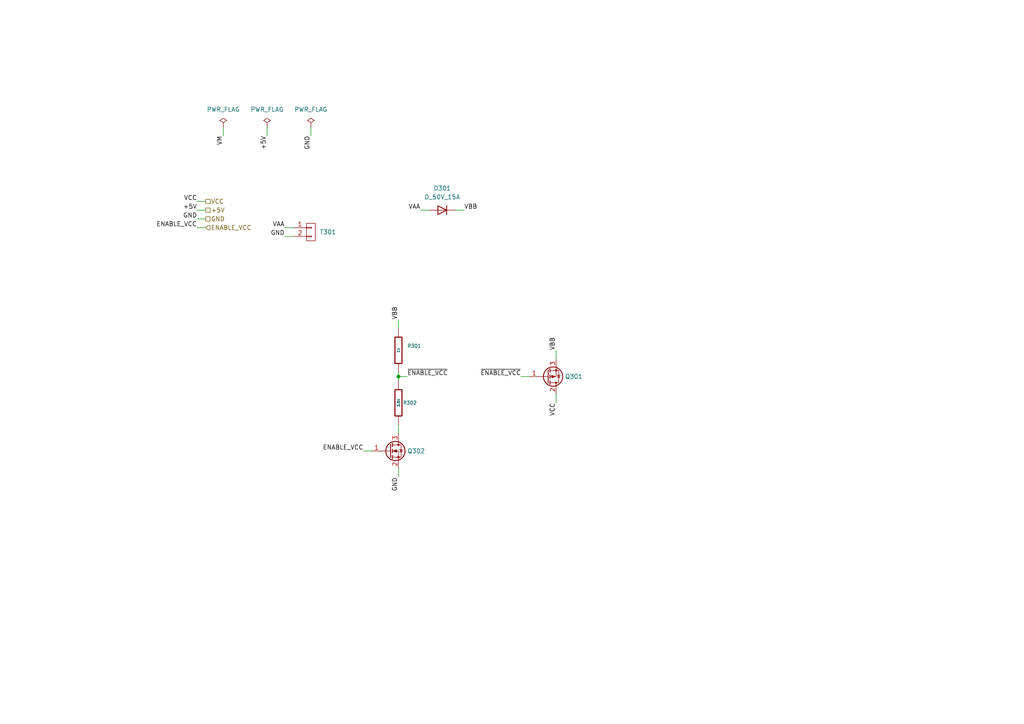
<source format=kicad_sch>
(kicad_sch (version 20230121) (generator eeschema)
  (paper "A4")
  (title_block (title "tmc5130-uart-multiplexer") (date "2024-07-10") (rev "1.0") (company "Howard Hughes Medical Institute"))
  (lib_symbols
    (symbol "Janelia:D_50V_15A" (pin_numbers hide) (pin_names (offset 1.016) hide)
      (property "Reference" "D" (at 0 2.54 0))
      (property "Value" "D_50V_15A" (at 0 -2.54 0))
      (symbol "D_50V_15A_0_1"
        (polyline (pts (xy -1.27 1.27) (xy -1.27 -1.27)) (stroke (width 0.254)))
        (polyline (pts (xy 1.27 0) (xy -1.27 0)))
        (polyline (pts (xy 1.27 1.27) (xy 1.27 -1.27) (xy -1.27 0) (xy 1.27 1.27)) (stroke (width 0.254)))
      )
      (symbol "D_50V_15A_1_1"
        (pin passive line (at -3.81 0 0) (length 2.54) (name "K") (number "1"))
        (pin passive line (at 3.81 0 180) (length 2.54) (name "A") (number "2"))
      )
    )
    (symbol "Janelia:MOSFET-N-CH-EN_100V_260mA" (pin_names hide)
      (property "Reference" "Q" (at 5.08 0 0))
      (symbol "MOSFET-N-CH-EN_100V_260mA_0_1"
        (polyline (pts (xy 0.254 0) (xy -2.54 0)))
        (polyline (pts (xy 0.254 1.905) (xy 0.254 -1.905)) (stroke (width 0.254)))
        (polyline (pts (xy 0.762 -1.27) (xy 0.762 -2.286)) (stroke (width 0.254)))
        (polyline (pts (xy 0.762 0.508) (xy 0.762 -0.508)) (stroke (width 0.254)))
        (polyline (pts (xy 0.762 2.286) (xy 0.762 1.27)) (stroke (width 0.254)))
        (polyline (pts (xy 2.54 2.54) (xy 2.54 1.778)))
        (polyline (pts (xy 2.54 -2.54) (xy 2.54 0) (xy 0.762 0)))
        (polyline (pts (xy 0.762 -1.778) (xy 3.302 -1.778) (xy 3.302 1.778) (xy 0.762 1.778)))
        (polyline (pts (xy 1.016 0) (xy 2.032 0.381) (xy 2.032 -0.381) (xy 1.016 0)) (fill (type outline)))
        (polyline (pts (xy 2.794 0.508) (xy 2.921 0.381) (xy 3.683 0.381) (xy 3.81 0.254)))
        (polyline (pts (xy 3.302 0.381) (xy 2.921 -0.254) (xy 3.683 -0.254) (xy 3.302 0.381)))
        (circle (center 1.651 0) (radius 2.794) (stroke (width 0.254)))
        (circle (center 2.54 -1.778) (radius 0.254) (fill (type outline)))
        (circle (center 2.54 1.778) (radius 0.254) (fill (type outline)))
      )
      (symbol "MOSFET-N-CH-EN_100V_260mA_1_1"
        (pin input line (at -5.08 0 0) (length 2.54) (name "G") (number "1"))
        (pin passive line (at 2.54 -5.08 90) (length 2.54) (name "S") (number "2"))
        (pin passive line (at 2.54 5.08 270) (length 2.54) (name "D") (number "3"))
      )
    )
    (symbol "Janelia:MOSFET-P-CH-EN_60V_50A" (pin_names hide)
      (property "Reference" "Q" (at 5.08 0 0))
      (symbol "MOSFET-P-CH-EN_60V_50A_0_1"
        (polyline (pts (xy 0.254 -1.905) (xy 0.254 1.905)) (stroke (width 0.254)))
        (polyline (pts (xy 0.254 0) (xy -2.54 0)))
        (polyline (pts (xy 0.762 -2.286) (xy 0.762 -1.27)) (stroke (width 0.254)))
        (polyline (pts (xy 0.762 -0.508) (xy 0.762 0.508)) (stroke (width 0.254)))
        (polyline (pts (xy 0.762 1.27) (xy 0.762 2.286)) (stroke (width 0.254)))
        (polyline (pts (xy 2.54 -2.54) (xy 2.54 -1.778)))
        (polyline (pts (xy 2.54 2.54) (xy 2.54 0) (xy 0.762 0)))
        (polyline (pts (xy 0.762 -1.778) (xy 3.302 -1.778) (xy 3.302 1.778) (xy 0.762 1.778)))
        (polyline (pts (xy 2.286 0) (xy 1.27 -0.381) (xy 1.27 0.381) (xy 2.286 0)) (fill (type outline)))
        (polyline (pts (xy 2.794 0.508) (xy 2.921 0.381) (xy 3.683 0.381) (xy 3.81 0.254)))
        (polyline (pts (xy 3.302 0.381) (xy 2.921 -0.254) (xy 3.683 -0.254) (xy 3.302 0.381)))
        (circle (center 1.651 0) (radius 2.794) (stroke (width 0.254)))
        (circle (center 2.54 -1.778) (radius 0.254) (fill (type outline)))
        (circle (center 2.54 1.778) (radius 0.254) (fill (type outline)))
      )
      (symbol "MOSFET-P-CH-EN_60V_50A_1_1"
        (pin input line (at -5.08 0 0) (length 2.54) (name "G") (number "1"))
        (pin passive line (at 2.54 -5.08 90) (length 2.54) (name "D") (number "2"))
        (pin passive line (at 2.54 5.08 270) (length 2.54) (name "S") (number "3"))
      )
    )
    (symbol "Janelia:R_1k_0402" (pin_numbers hide) (pin_names (offset 0))
      (property "Reference" "R" (at 2.032 0 90))
      (property "Value" "1k" (at 0 0 90))
      (symbol "R_1k_0402_0_1"
        (rectangle (start -1.016 3.81) (end 1.016 -3.81) (stroke (width 0.3048)))
      )
      (symbol "R_1k_0402_1_1"
        (pin passive line (at 0 6.35 270) (length 2.54) (name "~") (number "1"))
        (pin passive line (at 0 -6.35 90) (length 2.54) (name "~") (number "2"))
      )
    )
    (symbol "Janelia:R_3.6k_0402" (pin_numbers hide) (pin_names (offset 0))
      (property "Reference" "R" (at 2.032 0 90))
      (property "Value" "3.6k" (at 0 0 90))
      (symbol "R_3.6k_0402_0_1"
        (rectangle (start -1.016 3.81) (end 1.016 -3.81) (stroke (width 0.3048)))
      )
      (symbol "R_3.6k_0402_1_1"
        (pin passive line (at 0 6.35 270) (length 2.54) (name "~") (number "1"))
        (pin passive line (at 0 -6.35 90) (length 2.54) (name "~") (number "2"))
      )
    )
    (symbol "Janelia:TERM_BLK_HDR_2POS_90DEG_0.2IN" (pin_names (offset 1.016) hide)
      (property "Reference" "T" (at 0 3.81 0))
      (symbol "TERM_BLK_HDR_2POS_90DEG_0.2IN_0_1"
        (rectangle (start -1.27 -1.143) (end 0.254 -1.397))
        (rectangle (start -1.27 1.397) (end 0.254 1.143))
        (rectangle (start -1.27 2.54) (end 1.27 -2.54))
      )
      (symbol "TERM_BLK_HDR_2POS_90DEG_0.2IN_1_1"
        (pin passive line (at -5.08 1.27 0) (length 3.81) (name "P1") (number "1"))
        (pin passive line (at -5.08 -1.27 0) (length 3.81) (name "P2") (number "2"))
      )
    )
    (symbol "power:PWR_FLAG" (power) (pin_numbers hide) (pin_names (offset 0) hide)
      (property "Value" "PWR_FLAG" (at 0 3.81 0))
      (symbol "PWR_FLAG_0_0"
        (pin power_out line (at 0 0 90) (length 0) (name "pwr") (number "1"))
      )
      (symbol "PWR_FLAG_0_1"
        (polyline (pts (xy 0 0) (xy 0 1.27) (xy -1.016 1.905) (xy 0 2.54) (xy 1.016 1.905) (xy 0 1.27)))
      )
    )
  )
  (junction (at 115.57 109.22))
  (wire (pts (xy 59.69 63.5) (xy 57.15 63.5)))
  (wire (pts (xy 90.17 36.83) (xy 90.17 39.37)))
  (wire (pts (xy 77.47 36.83) (xy 77.47 39.37)))
  (wire (pts (xy 132.08 60.96) (xy 134.62 60.96)))
  (wire (pts (xy 107.95 130.81) (xy 105.41 130.81)))
  (wire (pts (xy 59.69 66.04) (xy 57.15 66.04)))
  (wire (pts (xy 59.69 60.96) (xy 57.15 60.96)))
  (wire (pts (xy 115.57 135.89) (xy 115.57 138.43)))
  (wire (pts (xy 153.67 109.22) (xy 151.13 109.22)))
  (wire (pts (xy 161.29 114.3) (xy 161.29 116.84)))
  (wire (pts (xy 115.57 109.22) (xy 115.57 110.49)))
  (wire (pts (xy 59.69 58.42) (xy 57.15 58.42)))
  (wire (pts (xy 85.09 66.04) (xy 82.55 66.04)))
  (wire (pts (xy 85.09 68.58) (xy 82.55 68.58)))
  (wire (pts (xy 161.29 104.14) (xy 161.29 101.6)))
  (wire (pts (xy 115.57 125.73) (xy 115.57 123.19)))
  (wire (pts (xy 115.57 107.95) (xy 115.57 109.22)))
  (wire (pts (xy 124.46 60.96) (xy 121.92 60.96)))
  (wire (pts (xy 64.77 36.83) (xy 64.77 39.37)))
  (wire (pts (xy 115.57 95.25) (xy 115.57 92.71)))
  (wire (pts (xy 115.57 109.22) (xy 118.11 109.22)))
  (label "~{ENABLE_VCC}" (at 151.13 109.22 180))
  (label "VAA" (at 121.92 60.96 180))
  (label "GND" (at 90.17 39.37 270))
  (label "GND" (at 82.55 68.58 180))
  (label "VAA" (at 82.55 66.04 180))
  (label "VBB" (at 134.62 60.96 0))
  (label "~{ENABLE_VCC}" (at 118.11 109.22 0))
  (label "GND" (at 115.57 138.43 270))
  (label "VBB" (at 115.57 92.71 90))
  (label "VBB" (at 161.29 101.6 90))
  (label "VCC" (at 57.15 58.42 180))
  (label "VM" (at 64.77 39.37 270))
  (label "GND" (at 57.15 63.5 180))
  (label "+5V" (at 57.15 60.96 180))
  (label "VCC" (at 161.29 116.84 270))
  (label "ENABLE_VCC" (at 105.41 130.81 180))
  (label "ENABLE_VCC" (at 57.15 66.04 180))
  (label "+5V" (at 77.47 39.37 270))
  (hierarchical_label "+5V" (shape passive) (at 59.69 60.96 0))
  (hierarchical_label "GND" (shape passive) (at 59.69 63.5 0))
  (hierarchical_label "VCC" (shape passive) (at 59.69 58.42 0))
  (hierarchical_label "ENABLE_VCC" (shape input) (at 59.69 66.04 0))
  (symbol (lib_id "Janelia:TERM_BLK_HDR_2POS_90DEG_0.2IN") (at 90.17 67.31 0) (unit 1)
    (property "Reference" "T301" (at 92.71 67.31 0) (effects (justify left)))
    (property "Value" "TERM_BLK_HDR_2POS_90DEG_0.2IN" (effects hide))
    (property "Footprint" "Janelia:PHOENIX_1757242" (effects hide))
    (property "Vendor" "Digi-Key" (effects hide))
    (property "Vendor Part Number" "277-1106-ND" (effects hide))
    (property "Synopsis" "TERM BLOCK HDR 2POS 90DEG 5.08MM" (effects hide))
    (property "Manufacturer" "Phoenix Contact" (effects hide))
    (property "Manufacturer Part Number" "1757242" (effects hide))
    (property "Sim.Enable" "0" (effects hide))
  )
  (symbol (lib_id "Janelia:MOSFET-P-CH-EN_60V_50A") (at 158.75 109.22 0) (unit 1)
    (property "Reference" "Q301" (at 163.83 109.22 0) (effects (justify left)))
    (property "Value" "MOSFET-P-CH-EN_60V_50A" (effects hide))
    (property "Footprint" "Janelia:TO-252-2" (effects hide))
    (property "Synopsis" "1PCSPChannel 60V 50A" (effects hide))
    (property "Manufacturer" "VBsemi Elec" (effects hide))
    (property "Manufacturer Part Number" "30P06-VB" (effects hide))
    (property "Vendor" "JLCPCB" (effects hide))
    (property "Vendor Part Number" "C709875" (effects hide))
    (property "Package" "TO-252-2" (effects hide))
    (property "Sim.Enable" "0" (effects hide))
    (property "LCSC" "C709875" (effects hide))
  )
  (symbol (lib_id "power:PWR_FLAG") (at 90.17 36.83 0) (unit 1)
    (property "Reference" "#FLG0303" (effects hide))
    (property "Value" "PWR_FLAG" (at 90.17 31.75 0))
  )
  (symbol (lib_id "Janelia:R_1k_0402") (at 115.57 101.6 0) (unit 1)
    (property "Reference" "R301" (at 118.11 100.33 0) (effects (font (size 1.016 1.016)) (justify left)))
    (property "Value" "1k" (at 115.57 101.6 90) (effects (font (size 0.762 0.762))))
    (property "Footprint" "Janelia:R_0402_1005Metric" (effects hide))
    (property "Vendor" "Digi-Key" (effects hide))
    (property "Vendor Part Number" "311-1.00KLRCT-ND" (effects hide))
    (property "Synopsis" "RES SMD 1K OHM 1% 1/16W" (effects hide))
    (property "Package" "0402" (effects hide))
    (property "Manufacturer" "YAGEO" (effects hide))
    (property "Manufacturer Part Number" "RC0402FR-071KL" (effects hide))
    (property "LCSC" "C106235" (effects hide))
  )
  (symbol (lib_id "power:PWR_FLAG") (at 77.47 36.83 0) (unit 1)
    (property "Reference" "#FLG0302" (effects hide))
    (property "Value" "PWR_FLAG" (at 77.47 31.75 0))
  )
  (symbol (lib_id "Janelia:D_50V_15A") (at 128.27 60.96 180) (unit 1)
    (property "Reference" "D301" (at 128.27 54.61 0))
    (property "Value" "D_50V_15A" (at 128.27 57.15 0))
    (property "Footprint" "Janelia:POWERDI5_DIO" (effects hide))
    (property "Sim.Pins" "1=K 2=A" (effects hide))
    (property "Synopsis" "50V 15A PowerDI-5 Super Barrier Rectifier" (effects hide))
    (property "Package" "PowerDI-5" (effects hide))
    (property "Manufacturer" "Diodes Incorporated" (effects hide))
    (property "Manufacturer Part Number" "SBRT15U50SP5-13" (effects hide))
    (property "Vendor" "Digi-Key" (effects hide))
    (property "Vendor Part Number" "SBRT15U50SP5-13DICT-ND" (effects hide))
    (property "LCSC" "C211388" (effects hide))
    (property "Sim.Enable" "0" (effects hide))
  )
  (symbol (lib_id "power:PWR_FLAG") (at 64.77 36.83 0) (unit 1)
    (property "Reference" "#FLG0301" (effects hide))
    (property "Value" "PWR_FLAG" (at 64.77 31.75 0))
  )
  (symbol (lib_id "Janelia:R_3.6k_0402") (at 115.57 116.84 0) (unit 1)
    (property "Reference" "R302" (at 116.84 116.84 0) (effects (font (size 1.016 1.016)) (justify left)))
    (property "Value" "3.6k" (at 115.57 116.84 90) (effects (font (size 0.762 0.762))))
    (property "Footprint" "Janelia:R_0402_1005Metric" (effects hide))
    (property "Vendor" "JLCPCB" (effects hide))
    (property "Vendor Part Number" "C162873" (effects hide))
    (property "Synopsis" "RES SMD 3.6K OHM 1% 1/16W" (effects hide))
    (property "Package" "0402" (effects hide))
    (property "Manufacturer" "TA-I Tech" (effects hide))
    (property "Manufacturer Part Number" "RM04JTN362" (effects hide))
    (property "LCSC" "C162873" (effects hide))
  )
  (symbol (lib_id "Janelia:MOSFET-N-CH-EN_100V_260mA") (at 113.03 130.81 0) (unit 1)
    (property "Reference" "Q302" (at 118.11 130.81 0) (effects (justify left)))
    (property "Value" "MOSFET-N-CH-EN_100V_260mA" (effects hide))
    (property "Footprint" "Janelia:SOT-23" (effects hide))
    (property "Synopsis" "100V 260mA N-Channel MOSFET" (effects hide))
    (property "Manufacturer" "VBsemi Elec" (effects hide))
    (property "Manufacturer Part Number" "2SK1589-T1B-VB" (effects hide))
    (property "Vendor" "JLCPCB" (effects hide))
    (property "Vendor Part Number" "C724949" (effects hide))
    (property "Package" "SOT-23" (effects hide))
    (property "Sim.Enable" "0" (effects hide))
    (property "LCSC" "C724949" (effects hide))
  )
)
</source>
